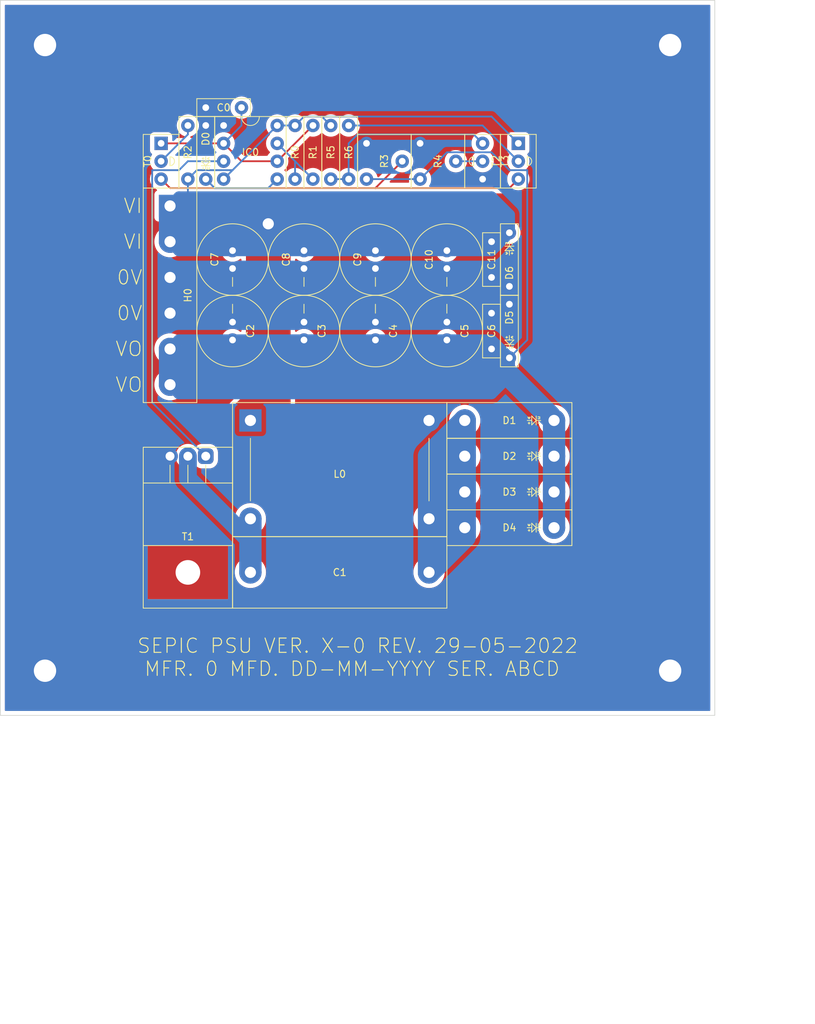
<source format=kicad_pcb>
(kicad_pcb (version 20211014) (generator pcbnew)
  (layers (0 "F.Cu" signal) (31 "B.Cu" signal) (34 "B.Paste" user) (35 "F.Paste" user) (36 "B.SilkS" user "B.Silkscreen") (37 "F.SilkS" user "F.Silkscreen") (38 "B.Mask" user) (39 "F.Mask" user) (44 "Edge.Cuts" user))
  (net 0 "")
  (net 1 "CAP")
  (net 2 "0V")
  (net 3 "Net-(C1-Pad1)")
  (net 4 "Net-(C1-Pad2)")
  (net 5 "VO")
  (net 6 "Net-(D0-Pad1)")
  (net 7 "VI")
  (net 8 "Net-(IC0-Pad3)")
  (net 9 "Net-(IC0-Pad7)")
  (net 10 "Net-(R2-Pad2)")
  (net 11 "FB")
  (net 12 "Net-(R4-Pad2)")
  (net 13 "Net-(R5-Pad1)")
  (net 14 "Net-(R6-Pad1)")
  (footprint "MW:D_L.6in_W.2in_P.5in" (layer "F.Cu") (at 205.74 95.25 180)
    (fp_text reference "D3" (at 6.35 0) (layer "F.SilkS"))
    (fp_text value "1N5408")
    (fp_line (start 3.175 0) (end 3.81 0) (layer "F.SilkS") (width 0.12))
    (fp_line (start -2.54 -2.54) (end 15.24 -2.54) (layer "F.SilkS") (width 0.12))
    (fp_line (start 2.54 0.635) (end 2.54 -0.635) (layer "F.SilkS") (width 0.12))
    (fp_line (start 3.175 0.635) (end 3.175 -0.635) (layer "F.SilkS") (width 0.12))
    (fp_line (start 3.556 -0.508) (end 3.556 -0.254) (layer "F.SilkS") (width 0.12))
    (fp_line (start 2.032 -0.381) (end 2.286 -0.381) (layer "F.SilkS") (width 0.12))
    (fp_line (start 3.429 0.381) (end 3.556 0.254) (layer "F.SilkS") (width 0.12))
    (fp_line (start 15.24 2.54) (end -2.54 2.54) (layer "F.SilkS") (width 0.12))
    (fp_line (start 2.032 0.254) (end 2.032 0.508) (layer "F.SilkS") (width 0.12))
    (fp_line (start 3.429 0.381) (end 3.429 0.508) (layer "F.SilkS") (width 0.12))
    (fp_line (start 3.429 0.381) (end 3.683 0.381) (layer "F.SilkS") (width 0.12))
    (fp_line (start 2.032 0.254) (end 2.286 0.254) (layer "F.SilkS") (width 0.12))
    (fp_line (start 2.54 0) (end 1.905 0) (layer "F.SilkS") (width 0.12))
    (fp_line (start 3.556 0.254) (end 3.683 0.381) (layer "F.SilkS") (width 0.12))
    (fp_line (start 2.032 0.508) (end 2.286 0.508) (layer "F.SilkS") (width 0.12))
    (fp_line (start 3.175 -0.635) (end 2.54 0) (layer "F.SilkS") (width 0.12))
    (fp_line (start 15.24 -2.54) (end 15.24 2.54) (layer "F.SilkS") (width 0.12))
    (fp_line (start -2.54 2.54) (end -2.54 -2.54) (layer "F.SilkS") (width 0.12))
    (fp_line (start 3.429 -0.381) (end 3.683 -0.381) (layer "F.SilkS") (width 0.12))
    (fp_line (start 3.683 0.381) (end 3.683 0.508) (layer "F.SilkS") (width 0.12))
    (fp_line (start 2.54 0) (end 3.175 0.635) (layer "F.SilkS") (width 0.12))
    (pad "1" thru_hole circle (at 0 0 180) (size 3.175 3.175) (drill 1.5875) (layers *.Cu *.Mask) (net 5 "VO"))
    (pad "2" thru_hole circle (at 12.7 0 180) (size 3.175 3.175) (drill 1.5875) (layers *.Cu *.Mask) (net 3 "Net-(C1-Pad1)"))
  )
  (footprint "MW:R_L.4in_W.1in_P.3in" (layer "F.Cu") (at 173.99 50.8 90)
    (fp_text reference "R5" (at 3.81 0 90) (layer "F.SilkS"))
    (fp_text value "10MO")
    (fp_line (start 8.89 1.27) (end -1.27 1.27) (layer "F.SilkS") (width 0.12))
    (fp_line (start 8.89 -1.27) (end 8.89 1.27) (layer "F.SilkS") (width 0.12))
    (fp_line (start -1.27 -1.27) (end 8.89 -1.27) (layer "F.SilkS") (width 0.12))
    (fp_line (start -1.27 1.27) (end -1.27 -1.27) (layer "F.SilkS") (width 0.12))
    (pad "1" thru_hole circle (at 0 0 90) (size 1.905 1.905) (drill 0.9525) (layers *.Cu *.Mask) (net 13 "Net-(R5-Pad1)"))
    (pad "2" thru_hole circle (at 7.62 0 90) (size 1.905 1.905) (drill 0.9525) (layers *.Cu *.Mask) (net 7 "VI"))
  )
  (footprint "MW:P_0" (layer "F.Cu") (at 186.69 45.72 -90)
    (fp_text reference "R4" (at 2.54 -2.54 -90) (layer "F.SilkS"))
    (fp_text value "1MO")
    (fp_line (start 6.35 1.27) (end -1.27 1.27) (layer "F.SilkS") (width 0.12))
    (fp_line (start 6.35 -6.35) (end 6.35 1.27) (layer "F.SilkS") (width 0.12))
    (fp_line (start -1.27 -6.35) (end 6.35 -6.35) (layer "F.SilkS") (width 0.12))
    (fp_line (start -1.27 1.27) (end -1.27 -6.35) (layer "F.SilkS") (width 0.12))
    (pad "1" thru_hole circle (at 0 0 270) (size 1.905 1.905) (drill 0.9525) (layers *.Cu *.Mask) (net 2 "0V"))
    (pad "2" thru_hole circle (at 2.54 -5.08 270) (size 1.905 1.905) (drill 0.9525) (layers *.Cu *.Mask) (net 12 "Net-(R4-Pad2)"))
    (pad "3" thru_hole circle (at 5.08 0 270) (size 1.905 1.905) (drill 0.9525) (layers *.Cu *.Mask) (net 5 "VO"))
  )
  (footprint "MW:D_L.4in_W.1in_P.3in" (layer "F.Cu") (at 199.39 76.2 90)
    (fp_text reference "D5" (at 5.715 0 90) (layer "F.SilkS"))
    (fp_text value "1N4007")
    (fp_line (start 2.794 0.381) (end 2.921 0.254) (layer "F.SilkS") (width 0.12))
    (fp_line (start 2.794 -0.381) (end 3.048 -0.381) (layer "F.SilkS") (width 0.12))
    (fp_line (start 3.048 0.381) (end 3.048 0.508) (layer "F.SilkS") (width 0.12))
    (fp_line (start 8.89 1.27) (end -1.27 1.27) (layer "F.SilkS") (width 0.12))
    (fp_line (start -1.27 -1.27) (end 8.89 -1.27) (layer "F.SilkS") (width 0.12))
    (fp_line (start 1.397 0.254) (end 1.651 0.254) (layer "F.SilkS") (width 0.12))
    (fp_line (start 1.397 -0.381) (end 1.651 -0.381) (layer "F.SilkS") (width 0.12))
    (fp_line (start 2.921 -0.508) (end 2.921 -0.254) (layer "F.SilkS") (width 0.12))
    (fp_line (start 2.794 0.381) (end 3.048 0.381) (layer "F.SilkS") (width 0.12))
    (fp_line (start 2.54 0) (end 3.175 0) (layer "F.SilkS") (width 0.12))
    (fp_line (start 2.54 0.635) (end 2.54 -0.635) (layer "F.SilkS") (width 0.12))
    (fp_line (start -1.27 1.27) (end -1.27 -1.27) (layer "F.SilkS") (width 0.12))
    (fp_line (start 8.89 -1.27) (end 8.89 1.27) (layer "F.SilkS") (width 0.12))
    (fp_line (start 1.905 0) (end 1.27 0) (layer "F.SilkS") (width 0.12))
    (fp_line (start 2.794 0.381) (end 2.794 0.508) (layer "F.SilkS") (width 0.12))
    (fp_line (start 1.905 0) (end 2.54 0.635) (layer "F.SilkS") (width 0.12))
    (fp_line (start 1.397 0.254) (end 1.397 0.508) (layer "F.SilkS") (width 0.12))
    (fp_line (start 2.921 0.254) (end 3.048 0.381) (layer "F.SilkS") (width 0.12))
    (fp_line (start 1.905 0.635) (end 1.905 -0.635) (layer "F.SilkS") (width 0.12))
    (fp_line (start 2.54 -0.635) (end 1.905 0) (layer "F.SilkS") (width 0.12))
    (fp_line (start 1.397 0.508) (end 1.651 0.508) (layer "F.SilkS") (width 0.12))
    (pad "1" thru_hole circle (at 0 0 90) (size 1.905 1.905) (drill 0.9525) (layers *.Cu *.Mask) (net 5 "VO"))
    (pad "2" thru_hole circle (at 7.62 0 90) (size 1.905 1.905) (drill 0.9525) (layers *.Cu *.Mask) (net 2 "0V"))
  )
  (footprint "MW:C_Radial_D.4in_P.1in" (layer "F.Cu") (at 170.18 73.66 90)
    (fp_text reference "C3" (at 1.27 2.54 90) (layer "F.SilkS"))
    (fp_text value "470uF")
    (fp_line (start 3.81 0) (end 5.08 0) (layer "F.SilkS") (width 0.12))
    (fp_circle (center 1.27 0) (end 1.27 5.08) (layer "F.SilkS") (width 0.12) (fill none))
    (pad "1" thru_hole circle (at 0 0 90) (size 1.905 1.905) (drill 0.9525) (layers *.Cu *.Mask) (net 5 "VO"))
    (pad "2" thru_hole circle (at 2.54 0 90) (size 1.905 1.905) (drill 0.9525) (layers *.Cu *.Mask) (net 2 "0V"))
  )
  (footprint "MW:C_L1.2in_W.4in_P1in" (layer "F.Cu") (at 187.96 106.68 180)
    (fp_text reference "C1" (at 12.7 0) (layer "F.SilkS"))
    (fp_text value "3.3uF")
    (fp_line (start -2.54 5.08) (end -2.54 -5.08) (layer "F.SilkS") (width 0.12))
    (fp_line (start 27.94 -5.08) (end 27.94 5.08) (layer "F.SilkS") (width 0.12))
    (fp_line (start 27.94 5.08) (end -2.54 5.08) (layer "F.SilkS") (width 0.12))
    (fp_line (start -2.54 -5.08) (end 27.94 -5.08) (layer "F.SilkS") (width 0.12))
    (pad "1" thru_hole circle (at 0 0 180) (size 3.175 3.175) (drill 1.5875) (layers *.Cu *.Mask) (net 3 "Net-(C1-Pad1)"))
    (pad "2" thru_hole circle (at 25.4 0 180) (size 3.175 3.175) (drill 1.5875) (layers *.Cu *.Mask) (net 4 "Net-(C1-Pad2)"))
  )
  (footprint "MW:H_P.2in_6pin" (layer "F.Cu") (at 151.13 54.61 -90)
    (fp_text reference "H0" (at 12.7 -2.54 90) (layer "F.SilkS"))
    (fp_text value "5mm SCREW TERMINAL")
    (fp_line (start 27.94 -3.81) (end 27.94 3.81) (layer "F.SilkS") (width 0.12))
    (fp_line (start -2.54 3.81) (end -2.54 -3.81) (layer "F.SilkS") (width 0.12))
    (fp_line (start -2.54 3.81) (end 27.94 3.81) (layer "F.SilkS") (width 0.12))
    (fp_line (start -2.54 -3.81) (end 27.94 -3.81) (layer "F.SilkS") (width 0.12))
    (fp_line (start -2.54 2.54) (end 27.94 2.54) (layer "F.SilkS") (width 0.12))
    (pad "1" thru_hole rect (at 0 0 270) (size 3.175 3.175) (drill 1.5875) (layers *.Cu *.Mask) (net 7 "VI"))
    (pad "2" thru_hole circle (at 5.08 0 270) (size 3.175 3.175) (drill 1.5875) (layers *.Cu *.Mask) (net 7 "VI"))
    (pad "3" thru_hole circle (at 20.32 0 270) (size 3.175 3.175) (drill 1.5875) (layers *.Cu *.Mask) (net 5 "VO"))
    (pad "4" thru_hole circle (at 25.4 0 270) (size 3.175 3.175) (drill 1.5875) (layers *.Cu *.Mask) (net 5 "VO"))
    (pad "5" thru_hole circle (at 10.16 0 270) (size 3.175 3.175) (drill 1.5875) (layers *.Cu *.Mask) (net 2 "0V"))
    (pad "6" thru_hole circle (at 15.24 0 270) (size 3.175 3.175) (drill 1.5875) (layers *.Cu *.Mask) (net 2 "0V"))
  )
  (footprint "MW:TO-92L_Inline_Wide" (layer "F.Cu") (at 195.58 50.8 90)
    (fp_text reference "T2" (at 2.54 1.905 90) (layer "F.SilkS"))
    (fp_text value "2N7000")
    (fp_line (start 6.35 2.54) (end -1.27 2.54) (layer "F.SilkS") (width 0.12))
    (fp_line (start 1.905 -1.27) (end 3.175 -1.27) (layer "F.SilkS") (width 0.12))
    (fp_line (start -1.27 2.54) (end -1.27 -2.54) (layer "F.SilkS") (width 0.12))
    (fp_line (start 6.35 -2.54) (end 6.35 2.54) (layer "F.SilkS") (width 0.12))
    (fp_line (start -1.27 -2.54) (end 6.35 -2.54) (layer "F.SilkS") (width 0.12))
    (fp_arc (start 1.905 -1.27) (mid 2.54 -1.905) (end 3.175 -1.27) (layer "F.SilkS") (width 0.12))
    (pad "1" thru_hole rect (at 0 0 90) (size 1.905 1.905) (drill 0.9525) (layers *.Cu *.Mask) (net 2 "0V"))
    (pad "2" thru_hole circle (at 2.54 0 90) (size 1.905 1.905) (drill 0.9525) (layers *.Cu *.Mask) (net 12 "Net-(R4-Pad2)"))
    (pad "3" thru_hole circle (at 5.08 0 90) (size 1.905 1.905) (drill 0.9525) (layers *.Cu *.Mask) (net 13 "Net-(R5-Pad1)"))
  )
  (footprint "MW:C_Radial_D.4in_P.1in" (layer "F.Cu") (at 180.34 60.96 -90)
    (fp_text reference "C9" (at 1.27 2.54 -90) (layer "F.SilkS"))
    (fp_text value "470uF")
    (fp_line (start 3.81 0) (end 5.08 0) (layer "F.SilkS") (width 0.12))
    (fp_circle (center 1.27 0) (end 1.27 5.08) (layer "F.SilkS") (width 0.12) (fill none))
    (pad "1" thru_hole circle (at 0 0 270) (size 1.905 1.905) (drill 0.9525) (layers *.Cu *.Mask) (net 7 "VI"))
    (pad "2" thru_hole circle (at 2.54 0 270) (size 1.905 1.905) (drill 0.9525) (layers *.Cu *.Mask) (net 2 "0V"))
  )
  (footprint "MW:C_Radial_D.4in_P.1in" (layer "F.Cu") (at 190.5 60.96 -90)
    (fp_text reference "C10" (at 1.27 2.54 -90) (layer "F.SilkS"))
    (fp_text value "470uF")
    (fp_line (start 3.81 0) (end 5.08 0) (layer "F.SilkS") (width 0.12))
    (fp_circle (center 1.27 0) (end 1.27 5.08) (layer "F.SilkS") (width 0.12) (fill none))
    (pad "1" thru_hole circle (at 0 0 270) (size 1.905 1.905) (drill 0.9525) (layers *.Cu *.Mask) (net 7 "VI"))
    (pad "2" thru_hole circle (at 2.54 0 270) (size 1.905 1.905) (drill 0.9525) (layers *.Cu *.Mask) (net 2 "0V"))
  )
  (footprint "MW:C_Radial_D.4in_P.1in" (layer "F.Cu") (at 190.5 73.66 90)
    (fp_text reference "C5" (at 1.27 2.54 90) (layer "F.SilkS"))
    (fp_text value "470uF")
    (fp_line (start 3.81 0) (end 5.08 0) (layer "F.SilkS") (width 0.12))
    (fp_circle (center 1.27 0) (end 1.27 5.08) (layer "F.SilkS") (width 0.12) (fill none))
    (pad "1" thru_hole circle (at 0 0 90) (size 1.905 1.905) (drill 0.9525) (layers *.Cu *.Mask) (net 5 "VO"))
    (pad "2" thru_hole circle (at 2.54 0 90) (size 1.905 1.905) (drill 0.9525) (layers *.Cu *.Mask) (net 2 "0V"))
  )
  (footprint "MW:D_L.4in_W.1in_P.3in" (layer "F.Cu") (at 199.39 58.42 -90)
    (fp_text reference "D6" (at 5.715 0 90) (layer "F.SilkS"))
    (fp_text value "1N4007")
    (fp_line (start 2.921 0.254) (end 3.048 0.381) (layer "F.SilkS") (width 0.12))
    (fp_line (start 3.048 0.381) (end 3.048 0.508) (layer "F.SilkS") (width 0.12))
    (fp_line (start 1.397 0.508) (end 1.651 0.508) (layer "F.SilkS") (width 0.12))
    (fp_line (start 2.794 0.381) (end 2.921 0.254) (layer "F.SilkS") (width 0.12))
    (fp_line (start 2.794 0.381) (end 2.794 0.508) (layer "F.SilkS") (width 0.12))
    (fp_line (start 1.905 0.635) (end 1.905 -0.635) (layer "F.SilkS") (width 0.12))
    (fp_line (start -1.27 -1.27) (end 8.89 -1.27) (layer "F.SilkS") (width 0.12))
    (fp_line (start -1.27 1.27) (end -1.27 -1.27) (layer "F.SilkS") (width 0.12))
    (fp_line (start 2.54 -0.635) (end 1.905 0) (layer "F.SilkS") (width 0.12))
    (fp_line (start 2.921 -0.508) (end 2.921 -0.254) (layer "F.SilkS") (width 0.12))
    (fp_line (start 8.89 -1.27) (end 8.89 1.27) (layer "F.SilkS") (width 0.12))
    (fp_line (start 2.54 0) (end 3.175 0) (layer "F.SilkS") (width 0.12))
    (fp_line (start 1.397 0.254) (end 1.651 0.254) (layer "F.SilkS") (width 0.12))
    (fp_line (start 1.905 0) (end 1.27 0) (layer "F.SilkS") (width 0.12))
    (fp_line (start 2.794 0.381) (end 3.048 0.381) (layer "F.SilkS") (width 0.12))
    (fp_line (start 1.397 0.254) (end 1.397 0.508) (layer "F.SilkS") (width 0.12))
    (fp_line (start 2.54 0.635) (end 2.54 -0.635) (layer "F.SilkS") (width 0.12))
    (fp_line (start 8.89 1.27) (end -1.27 1.27) (layer "F.SilkS") (width 0.12))
    (fp_line (start 2.794 -0.381) (end 3.048 -0.381) (layer "F.SilkS") (width 0.12))
    (fp_line (start 1.905 0) (end 2.54 0.635) (layer "F.SilkS") (width 0.12))
    (fp_line (start 1.397 -0.381) (end 1.651 -0.381) (layer "F.SilkS") (width 0.12))
    (pad "1" thru_hole circle (at 0 0 270) (size 1.905 1.905) (drill 0.9525) (layers *.Cu *.Mask) (net 7 "VI"))
    (pad "2" thru_hole circle (at 7.62 0 270) (size 1.905 1.905) (drill 0.9525) (layers *.Cu *.Mask) (net 2 "0V"))
  )
  (footprint "MW:R_L.4in_W.1in_P.3in" (layer "F.Cu") (at 176.53 43.18 -90)
    (fp_text reference "R6" (at 3.81 0 90) (layer "F.SilkS"))
    (fp_text value "1MO")
    (fp_line (start 8.89 -1.27) (end 8.89 1.27) (layer "F.SilkS") (width 0.12))
    (fp_line (start -1.27 1.27) (end -1.27 -1.27) (layer "F.SilkS") (width 0.12))
    (fp_line (start 8.89 1.27) (end -1.27 1.27) (layer "F.SilkS") (width 0.12))
    (fp_line (start -1.27 -1.27) (end 8.89 -1.27) (layer "F.SilkS") (width 0.12))
    (pad "1" thru_hole circle (at 0 0 270) (size 1.905 1.905) (drill 0.9525) (layers *.Cu *.Mask) (net 14 "Net-(R6-Pad1)"))
    (pad "2" thru_hole circle (at 7.62 0 270) (size 1.905 1.905) (drill 0.9525) (layers *.Cu *.Mask) (net 13 "Net-(R5-Pad1)"))
  )
  (footprint "MW:R_L.4in_W.1in_P.3in" (layer "F.Cu") (at 153.67 50.8 90)
    (fp_text reference "R2" (at 3.81 0 90) (layer "F.SilkS"))
    (fp_text value "1MO")
    (fp_line (start -1.27 1.27) (end -1.27 -1.27) (layer "F.SilkS") (width 0.12))
    (fp_line (start 8.89 1.27) (end -1.27 1.27) (layer "F.SilkS") (width 0.12))
    (fp_line (start 8.89 -1.27) (end 8.89 1.27) (layer "F.SilkS") (width 0.12))
    (fp_line (start -1.27 -1.27) (end 8.89 -1.27) (layer "F.SilkS") (width 0.12))
    (pad "1" thru_hole circle (at 0 0 90) (size 1.905 1.905) (drill 0.9525) (layers *.Cu *.Mask) (net 7 "VI"))
    (pad "2" thru_hole circle (at 7.62 0 90) (size 1.905 1.905) (drill 0.9525) (layers *.Cu *.Mask) (net 10 "Net-(R2-Pad2)"))
  )
  (footprint "MW:TO-220-3_Horizontal_TabDown" (layer "F.Cu") (at 156.21 90.17 180)
    (fp_text reference "T1" (at 2.54 -11.43) (layer "F.SilkS"))
    (fp_text value "IRF3205")
    (fp_line (start 0 -3.81) (end 0 -1.27) (layer "F.SilkS") (width 0.12))
    (fp_line (start 2.54 -3.81) (end 2.54 -1.27) (layer "F.SilkS") (width 0.12))
    (fp_line (start 8.89 -3.81) (end -3.81 -3.81) (layer "F.SilkS") (width 0.12))
    (fp_line (start 8.89 -12.7) (end -3.81 -12.7) (layer "F.SilkS") (width 0.12))
    (fp_line (start -3.81 -3.81) (end -3.81 -21.59) (layer "F.SilkS") (width 0.12))
    (fp_line (start 8.89 -3.81) (end 8.89 1.27) (layer "F.SilkS") (width 0.12))
    (fp_line (start -3.81 -3.81) (end -3.81 1.27) (layer "F.SilkS") (width 0.12))
    (fp_line (start -3.81 1.27) (end 8.89 1.27) (layer "F.SilkS") (width 0.12))
    (fp_line (start 5.08 -3.81) (end 5.08 -1.27) (layer "F.SilkS") (width 0.12))
    (fp_line (start 8.89 -21.59) (end 8.89 -3.81) (layer "F.SilkS") (width 0.12))
    (fp_line (start -3.81 -21.59) (end 8.89 -21.59) (layer "F.SilkS") (width 0.12))
    (pad "" np_thru_hole oval (at 2.54 -16.51 180) (size 3.5 3.5) (drill 3.5) (layers F&B.Cu *.Mask))
    (pad "1" thru_hole roundrect (at 0 0 180) (size 2.2225 2.2225) (drill 1.27) (layers *.Cu *.Mask) (roundrect_rratio 0.2857142857) (net 8 "Net-(IC0-Pad3)"))
    (pad "2" thru_hole circle (at 2.54 0 180) (size 2.2225 2.2225) (drill 1.27) (layers *.Cu *.Mask) (net 4 "Net-(C1-Pad2)"))
    (pad "3" thru_hole circle (at 5.08 0 180) (size 2.2225 2.2225) (drill 1.27) (layers *.Cu *.Mask) (net 2 "0V"))
    (pad "4" smd rect (at 2.54 -16.51 180) (size 11.43 7.62) (layers "F.Cu" "F.Paste" "F.Mask"))
  )
  (footprint "MW:DIP-8_W7.62mm_Short" (layer "F.Cu") (at 158.75 43.18)
    (fp_text reference "IC0" (at 3.81 3.81) (layer "F.SilkS"))
    (fp_text value "NE555P")
    (fp_line (start 8.89 8.89) (end 8.89 -1.27) (layer "F.SilkS") (width 0.12))
    (fp_line (start 8.89 -1.27) (end -1.27 -1.27) (layer "F.SilkS") (width 0.12))
    (fp_line (start -1.27 -1.27) (end -1.27 8.89) (layer "F.SilkS") (width 0.12))
    (fp_line (start -1.27 8.89) (end 8.89 8.89) (layer "F.SilkS") (width 0.12))
    (fp_arc (start 5.08 -1.27) (mid 3.81 0) (end 2.54 -1.27) (layer "F.SilkS") (width 0.12))
    (pad "1" thru_hole roundrect (at 0 0) (size 1.905 1.905) (drill 0.9525) (layers *.Cu *.Mask) (roundrect_rratio 0.2) (net 2 "0V"))
    (pad "2" thru_hole circle (at 0 2.54) (size 1.905 1.905) (drill 0.9525) (layers *.Cu *.Mask) (net 1 "CAP"))
    (pad "3" thru_hole circle (at 0 5.08) (size 1.905 1.905) (drill 0.9525) (layers *.Cu *.Mask) (net 8 "Net-(IC0-Pad3)"))
    (pad "4" thru_hole circle (at 0 7.62) (size 1.905 1.905) (drill 0.9525) (layers *.Cu *.Mask) (net 7 "VI"))
    (pad "5" thru_hole circle (at 7.62 7.62) (size 1.905 1.905) (drill 0.9525) (layers *.Cu *.Mask) (net 6 "Net-(D0-Pad1)"))
    (pad "6" thru_hole circle (at 7.62 5.08) (size 1.905 1.905) (drill 0.9525) (layers *.Cu *.Mask) (net 1 "CAP"))
    (pad "7" thru_hole circle (at 7.62 2.54) (size 1.905 1.905) (drill 0.9525) (layers *.Cu *.Mask) (net 9 "Net-(IC0-Pad7)"))
    (pad "8" thru_hole circle (at 7.62 0) (size 1.905 1.905) (drill 0.9525) (layers *.Cu *.Mask) (net 7 "VI"))
  )
  (footprint "MW:D_L.6in_W.2in_P.5in" (layer "F.Cu") (at 205.74 85.09 180)
    (fp_text reference "D1" (at 6.35 0) (layer "F.SilkS"))
    (fp_text value "1N5408")
    (fp_line (start 2.032 0.254) (end 2.032 0.508) (layer "F.SilkS") (width 0.12))
    (fp_line (start 2.54 0) (end 3.175 0.635) (layer "F.SilkS") (width 0.12))
    (fp_line (start 3.175 0.635) (end 3.175 -0.635) (layer "F.SilkS") (width 0.12))
    (fp_line (start 3.429 0.381) (end 3.429 0.508) (layer "F.SilkS") (width 0.12))
    (fp_line (start 2.032 0.508) (end 2.286 0.508) (layer "F.SilkS") (width 0.12))
    (fp_line (start 3.175 0) (end 3.81 0) (layer "F.SilkS") (width 0.12))
    (fp_line (start -2.54 2.54) (end -2.54 -2.54) (layer "F.SilkS") (width 0.12))
    (fp_line (start 3.175 -0.635) (end 2.54 0) (layer "F.SilkS") (width 0.12))
    (fp_line (start 3.429 -0.381) (end 3.683 -0.381) (layer "F.SilkS") (width 0.12))
    (fp_line (start -2.54 -2.54) (end 15.24 -2.54) (layer "F.SilkS") (width 0.12))
    (fp_line (start 2.032 0.254) (end 2.286 0.254) (layer "F.SilkS") (width 0.12))
    (fp_line (start 2.54 0.635) (end 2.54 -0.635) (layer "F.SilkS") (width 0.12))
    (fp_line (start 2.032 -0.381) (end 2.286 -0.381) (layer "F.SilkS") (width 0.12))
    (fp_line (start 3.556 -0.508) (end 3.556 -0.254) (layer "F.SilkS") (width 0.12))
    (fp_line (start 2.54 0) (end 1.905 0) (layer "F.SilkS") (width 0.12))
    (fp_line (start 3.429 0.381) (end 3.556 0.254) (layer "F.SilkS") (width 0.12))
    (fp_line (start 3.556 0.254) (end 3.683 0.381) (layer "F.SilkS") (width 0.12))
    (fp_line (start 15.24 2.54) (end -2.54 2.54) (layer "F.SilkS") (width 0.12))
    (fp_line (start 3.683 0.381) (end 3.683 0.508) (layer "F.SilkS") (width 0.12))
    (fp_line (start 15.24 -2.54) (end 15.24 2.54) (layer "F.SilkS") (width 0.12))
    (fp_line (start 3.429 0.381) (end 3.683 0.381) (layer "F.SilkS") (width 0.12))
    (pad "1" thru_hole circle (at 0 0 180) (size 3.175 3.175) (drill 1.5875) (layers *.Cu *.Mask) (net 5 "VO"))
    (pad "2" thru_hole circle (at 12.7 0 180) (size 3.175 3.175) (drill 1.5875) (layers *.Cu *.Mask) (net 3 "Net-(C1-Pad1)"))
  )
  (footprint "MW:D_L.6in_W.2in_P.5in" (layer "F.Cu") (at 205.74 100.33 180)
    (fp_text reference "D4" (at 6.35 0) (layer "F.SilkS"))
    (fp_text value "1N5408")
    (fp_line (start 3.429 -0.381) (end 3.683 -0.381) (layer "F.SilkS") (width 0.12))
    (fp_line (start 2.54 0.635) (end 2.54 -0.635) (layer "F.SilkS") (width 0.12))
    (fp_line (start 3.683 0.381) (end 3.683 0.508) (layer "F.SilkS") (width 0.12))
    (fp_line (start 2.032 -0.381) (end 2.286 -0.381) (layer "F.SilkS") (width 0.12))
    (fp_line (start 3.429 0.381) (end 3.556 0.254) (layer "F.SilkS") (width 0.12))
    (fp_line (start 2.54 0) (end 1.905 0) (layer "F.SilkS") (width 0.12))
    (fp_line (start 3.556 0.254) (end 3.683 0.381) (layer "F.SilkS") (width 0.12))
    (fp_line (start 3.175 0) (end 3.81 0) (layer "F.SilkS") (width 0.12))
    (fp_line (start 2.54 0) (end 3.175 0.635) (layer "F.SilkS") (width 0.12))
    (fp_line (start 15.24 2.54) (end -2.54 2.54) (layer "F.SilkS") (width 0.12))
    (fp_line (start -2.54 2.54) (end -2.54 -2.54) (layer "F.SilkS") (width 0.12))
    (fp_line (start 3.556 -0.508) (end 3.556 -0.254) (layer "F.SilkS") (width 0.12))
    (fp_line (start 3.429 0.381) (end 3.683 0.381) (layer "F.SilkS") (width 0.12))
    (fp_line (start -2.54 -2.54) (end 15.24 -2.54) (layer "F.SilkS") (width 0.12))
    (fp_line (start 2.032 0.254) (end 2.032 0.508) (layer "F.SilkS") (width 0.12))
    (fp_line (start 3.429 0.381) (end 3.429 0.508) (layer "F.SilkS") (width 0.12))
    (fp_line (start 2.032 0.254) (end 2.286 0.254) (layer "F.SilkS") (width 0.12))
    (fp_line (start 15.24 -2.54) (end 15.24 2.54) (layer "F.SilkS") (width 0.12))
    (fp_line (start 3.175 -0.635) (end 2.54 0) (layer "F.SilkS") (width 0.12))
    (fp_line (start 3.175 0.635) (end 3.175 -0.635) (layer "F.SilkS") (width 0.12))
    (fp_line (start 2.032 0.508) (end 2.286 0.508) (layer "F.SilkS") (width 0.12))
    (pad "1" thru_hole circle (at 0 0 180) (size 3.175 3.175) (drill 1.5875) (layers *.Cu *.Mask) (net 5 "VO"))
    (pad "2" thru_hole circle (at 12.7 0 180) (size 3.175 3.175) (drill 1.5875) (layers *.Cu *.Mask) (net 3 "Net-(C1-Pad1)"))
  )
  (footprint "MW:P_0" (layer "F.Cu") (at 179.07 45.72 -90)
    (fp_text reference "R3" (at 2.54 -2.54 90) (layer "F.SilkS"))
    (fp_text value "100KO")
    (fp_line (start 6.35 1.27) (end -1.27 1.27) (layer "F.SilkS") (width 0.12))
    (fp_line (start -1.27 -6.35) (end 6.35 -6.35) (layer "F.SilkS") (width 0.12))
    (fp_line (start 6.35 -6.35) (end 6.35 1.27) (layer "F.SilkS") (width 0.12))
    (fp_line (start -1.27 1.27) (end -1.27 -6.35) (layer "F.SilkS") (width 0.12))
    (pad "1" thru_hole circle (at 0 0 270) (size 1.905 1.905) (drill 0.9525) (layers *.Cu *.Mask) (net 2 "0V"))
    (pad "2" thru_hole circle (at 2.54 -5.08 270) (size 1.905 1.905) (drill 0.9525) (layers *.Cu *.Mask) (net 11 "FB"))
    (pad "3" thru_hole circle (at 5.08 0 270) (size 1.905 1.905) (drill 0.9525) (layers *.Cu *.Mask) (net 5 "VO"))
  )
  (footprint "MW:C_Radial_D.4in_P.1in" (layer "F.Cu") (at 160.02 60.96 -90)
    (fp_text reference "C7" (at 1.27 2.54 -90) (layer "F.SilkS"))
    (fp_text value "470uF")
    (fp_line (start 3.81 0) (end 5.08 0) (layer "F.SilkS") (width 0.12))
    (fp_circle (center 1.27 0) (end 1.27 5.08) (layer "F.SilkS") (width 0.12) (fill none))
    (pad "1" thru_hole circle (at 0 0 270) (size 1.905 1.905) (drill 0.9525) (layers *.Cu *.Mask) (net 7 "VI"))
    (pad "2" thru_hole circle (at 2.54 0 270) (size 1.905 1.905) (drill 0.9525) (layers *.Cu *.Mask) (net 2 "0V"))
  )
  (footprint "MW:D_L.6in_W.2in_P.5in" (layer "F.Cu") (at 205.74 90.17 180)
    (fp_text reference "D2" (at 6.35 0) (layer "F.SilkS"))
    (fp_text value "1N5408")
    (fp_line (start 3.556 0.254) (end 3.683 0.381) (layer "F.SilkS") (width 0.12))
    (fp_line (start -2.54 2.54) (end -2.54 -2.54) (layer "F.SilkS") (width 0.12))
    (fp_line (start 15.24 2.54) (end -2.54 2.54) (layer "F.SilkS") (width 0.12))
    (fp_line (start 3.429 -0.381) (end 3.683 -0.381) (layer "F.SilkS") (width 0.12))
    (fp_line (start 3.175 -0.635) (end 2.54 0) (layer "F.SilkS") (width 0.12))
    (fp_line (start 3.175 0.635) (end 3.175 -0.635) (layer "F.SilkS") (width 0.12))
    (fp_line (start -2.54 -2.54) (end 15.24 -2.54) (layer "F.SilkS") (width 0.12))
    (fp_line (start 2.54 0) (end 1.905 0) (layer "F.SilkS") (width 0.12))
    (fp_line (start 15.24 -2.54) (end 15.24 2.54) (layer "F.SilkS") (width 0.12))
    (fp_line (start 3.683 0.381) (end 3.683 0.508) (layer "F.SilkS") (width 0.12))
    (fp_line (start 3.556 -0.508) (end 3.556 -0.254) (layer "F.SilkS") (width 0.12))
    (fp_line (start 2.54 0.635) (end 2.54 -0.635) (layer "F.SilkS") (width 0.12))
    (fp_line (start 2.032 0.254) (end 2.286 0.254) (layer "F.SilkS") (width 0.12))
    (fp_line (start 3.429 0.381) (end 3.683 0.381) (layer "F.SilkS") (width 0.12))
    (fp_line (start 2.032 0.254) (end 2.032 0.508) (layer "F.SilkS") (width 0.12))
    (fp_line (start 3.429 0.381) (end 3.556 0.254) (layer "F.SilkS") (width 0.12))
    (fp_line (start 2.032 -0.381) (end 2.286 -0.381) (layer "F.SilkS") (width 0.12))
    (fp_line (start 2.54 0) (end 3.175 0.635) (layer "F.SilkS") (width 0.12))
    (fp_line (start 2.032 0.508) (end 2.286 0.508) (layer "F.SilkS") (width 0.12))
    (fp_line (start 3.429 0.381) (end 3.429 0.508) (layer "F.SilkS") (width 0.12))
    (fp_line (start 3.175 0) (end 3.81 0) (layer "F.SilkS") (width 0.12))
    (pad "1" thru_hole circle (at 0 0 180) (size 3.175 3.175) (drill 1.5875) (layers *.Cu *.Mask) (net 5 "VO"))
    (pad "2" thru_hole circle (at 12.7 0 180) (size 3.175 3.175) (drill 1.5875) (layers *.Cu *.Mask) (net 3 "Net-(C1-Pad1)"))
  )
  (footprint "MW:C_Radial_D.4in_P.1in" (layer "F.Cu") (at 180.34 73.66 90)
    (fp_text reference "C4" (at 1.27 2.54 90) (layer "F.SilkS"))
    (fp_text value "470uF")
    (fp_line (start 3.81 0) (end 5.08 0) (layer "F.SilkS") (width 0.12))
    (fp_circle (center 1.27 0) (end 1.27 5.08) (layer "F.SilkS") (width 0.12) (fill none))
    (pad "1" thru_hole circle (at 0 0 90) (size 1.905 1.905) (drill 0.9525) (layers *.Cu *.Mask) (net 5 "VO"))
    (pad "2" thru_hole circle (at 2.54 0 90) (size 1.905 1.905) (drill 0.9525) (layers *.Cu *.Mask) (net 2 "0V"))
  )
  (footprint "MW:R_L.4in_W.1in_P.3in" (layer "F.Cu") (at 168.91 43.18 -90)
    (fp_text reference "R0" (at 3.81 0 90) (layer "F.SilkS"))
    (fp_text value "10KO")
    (fp_line (start -1.27 1.27) (end -1.27 -1.27) (layer "F.SilkS") (width 0.12))
    (fp_line (start 8.89 -1.27) (end 8.89 1.27) (layer "F.SilkS") (width 0.12))
    (fp_line (start -1.27 -1.27) (end 8.89 -1.27) (layer "F.SilkS") (width 0.12))
    (fp_line (start 8.89 1.27) (end -1.27 1.27) (layer "F.SilkS") (width 0.12))
    (pad "1" thru_hole circle (at 0 0 270) (size 1.905 1.905) (drill 0.9525) (layers *.Cu *.Mask) (net 7 "VI"))
    (pad "2" thru_hole circle (at 7.62 0 270) (size 1.905 1.905) (drill 0.9525) (layers *.Cu *.Mask) (net 9 "Net-(IC0-Pad7)"))
  )
  (footprint "MW:L_4pin_L1.2in_W.75in_Px1.1in_Py.55in_0" (layer "F.Cu") (at 162.56 85.09)
    (fp_text reference "L0" (at 12.7 7.62) (layer "F.SilkS"))
    (fp_text value "1:1 15uH")
    (fp_line (start 0 2.54) (end 0 11.43) (layer "F.SilkS") (width 0.12))
    (fp_line (start 27.94 16.51) (end -2.54 16.51) (layer "F.SilkS") (width 0.12))
    (fp_line (start 27.94 -2.54) (end 27.94 16.51) (layer "F.SilkS") (width 0.12))
    (fp_line (start -2.54 -2.54) (end 27.94 -2.54) (layer "F.SilkS") (width 0.12))
    (fp_line (start -2.54 16.51) (end -2.54 -2.54) (layer "F.SilkS") (width 0.12))
    (fp_line (start 25.4 2.54) (end 25.4 11.43) (layer "F.SilkS") (width 0.12))
    (pad "1" thru_hole rect (at 0 0) (size 3.175 3.175) (drill 1.5875) (layers *.Cu *.Mask) (net 7 "VI"))
    (pad "2" thru_hole circle (at 0 13.97) (size 3.175 3.175) (drill 1.5875) (layers *.Cu *.Mask) (net 4 "Net-(C1-Pad2)"))
    (pad "3" thru_hole circle (at 25.4 13.97) (size 3.175 3.175) (drill 1.5875) (layers *.Cu *.Mask) (net 3 "Net-(C1-Pad1)"))
    (pad "4" thru_hole circle (at 25.4 0) (size 3.175 3.175) (drill 1.5875) (layers *.Cu *.Mask) (net 2 "0V"))
  )
  (footprint "MW:TO-92L_Inline_Wide" (layer "F.Cu") (at 149.86 45.72 -90)
    (fp_text reference "T0" (at 2.54 1.905 90) (layer "F.SilkS"))
    (fp_text value "2N3904")
    (fp_line (start -1.27 2.54) (end -1.27 -2.54) (layer "F.SilkS") (width 0.12))
    (fp_line (start 6.35 2.54) (end -1.27 2.54) (layer "F.SilkS") (width 0.12))
    (fp_line (start 1.905 -1.27) (end 3.175 -1.27) (layer "F.SilkS") (width 0.12))
    (fp_line (start -1.27 -2.54) (end 6.35 -2.54) (layer "F.SilkS") (width 0.12))
    (fp_line (start 6.35 -2.54) (end 6.35 2.54) (layer "F.SilkS") (width 0.12))
    (fp_arc (start 1.905 -1.27) (mid 2.54 -1.905) (end 3.175 -1.27) (layer "F.SilkS") (width 0.12))
    (pad "1" thru_hole rect (at 0 0 270) (size 1.905 1.905) (drill 0.9525) (layers *.Cu *.Mask) (net 1 "CAP"))
    (pad "2" thru_hole circle (at 2.54 0 270) (size 1.905 1.905) (drill 0.9525) (layers *.Cu *.Mask) (net 10 "Net-(R2-Pad2)"))
    (pad "3" thru_hole circle (at 5.08 0 270) (size 1.905 1.905) (drill 0.9525) (layers *.Cu *.Mask) (net 11 "FB"))
  )
  (footprint "MW:R_L.4in_W.1in_P.3in" (layer "F.Cu") (at 171.45 50.8 90)
    (fp_text reference "R1" (at 3.81 0 90) (layer "F.SilkS"))
    (fp_text value "10KO")
    (fp_line (start -1.27 1.27) (end -1.27 -1.27) (layer "F.SilkS") (width 0.12))
    (fp_line (start 8.89 -1.27) (end 8.89 1.27) (layer "F.SilkS") (width 0.12))
    (fp_line (start 8.89 1.27) (end -1.27 1.27) (layer "F.SilkS") (width 0.12))
    (fp_line (start -1.27 -1.27) (end 8.89 -1.27) (layer "F.SilkS") (width 0.12))
    (pad "1" thru_hole circle (at 0 0 90) (size 1.905 1.905) (drill 0.9525) (layers *.Cu *.Mask) (net 9 "Net-(IC0-Pad7)"))
    (pad "2" thru_hole circle (at 7.62 0 90) (size 1.905 1.905) (drill 0.9525) (layers *.Cu *.Mask) (net 1 "CAP"))
  )
  (footprint "MW:C_L.3in_W.1in_P.2in" (layer "F.Cu") (at 161.29 40.64 180)
    (fp_text reference "C0" (at 2.54 0) (layer "F.SilkS"))
    (fp_text value "470pF")
    (fp_line (start -1.27 1.27) (end -1.27 -1.27) (layer "F.SilkS") (width 0.12))
    (fp_line (start 6.35 1.27) (end -1.27 1.27) (layer "F.SilkS") (width 0.12))
    (fp_line (start -1.27 -1.27) (end 6.35 -1.27) (layer "F.SilkS") (width 0.12))
    (fp_line (start 6.35 -1.27) (end 6.35 1.27) (layer "F.SilkS") (width 0.12))
    (pad "1" thru_hole circle (at 0 0 180) (size 1.905 1.905) (drill 0.9525) (layers *.Cu *.Mask) (net 1 "CAP"))
    (pad "2" thru_hole circle (at 5.08 0 180) (size 1.905 1.905) (drill 0.9525) (layers *.Cu *.Mask) (net 2 "0V"))
  )
  (footprint "MW:TO-92L_Inline_Wide" (layer "F.Cu") (at 200.66 45.72 -90)
    (fp_text reference "T3" (at 2.54 1.905 90) (layer "F.SilkS"))
    (fp_text value "2N3906")
    (fp_line (start 6.35 -2.54) (end 6.35 2.54) (layer "F.SilkS") (width 0.12))
    (fp_line (start 1.905 -1.27) (end 3.175 -1.27) (layer "F.SilkS") (width 0.12))
    (fp_line (start 6.35 2.54) (end -1.27 2.54) (layer "F.SilkS") (width 0.12))
    (fp_line (start -1.27 2.54) (end -1.27 -2.54) (layer "F.SilkS") (width 0.12))
    (fp_line (start -1.27 -2.54) (end 6.35 -2.54) (layer "F.SilkS") (width 0.12))
    (fp_arc (start 1.905 -1.27) (mid 2.54 -1.905) (end 3.175 -1.27) (layer "F.SilkS") (width 0.12))
    (pad "1" thru_hole rect (at 0 0 270) (size 1.905 1.905) (drill 0.9525) (layers *.Cu *.Mask) (net 7 "VI"))
    (pad "2" thru_hole circle (at 2.54 0 270) (size 1.905 1.905) (drill 0.9525) (layers *.Cu *.Mask) (net 14 "Net-(R6-Pad1)"))
    (pad "3" thru_hole circle (at 5.08 0 270) (size 1.905 1.905) (drill 0.9525) (layers *.Cu *.Mask) (net 11 "FB"))
  )
  (footprint "MW:D_L.4in_W.1in_P.3in" (layer "F.Cu") (at 156.21 50.8 90)
    (fp_text reference "D0" (at 5.715 0 90) (layer "F.SilkS"))
    (fp_text value "3.3V ZENER")
    (fp_line (start 1.397 -0.381) (end 1.651 -0.381) (layer "F.SilkS") (width 0.12))
    (fp_line (start 2.54 0) (end 3.175 0) (layer "F.SilkS") (width 0.12))
    (fp_line (start 3.048 0.381) (end 3.048 0.508) (layer "F.SilkS") (width 0.12))
    (fp_line (start 1.905 0.635) (end 1.905 -0.635) (layer "F.SilkS") (width 0.12))
    (fp_line (start 2.794 0.381) (end 2.794 0.508) (layer "F.SilkS") (width 0.12))
    (fp_line (start 1.397 0.254) (end 1.397 0.508) (layer "F.SilkS") (width 0.12))
    (fp_line (start 8.89 1.27) (end -1.27 1.27) (layer "F.SilkS") (width 0.12))
    (fp_line (start -1.27 -1.27) (end 8.89 -1.27) (layer "F.SilkS") (width 0.12))
    (fp_line (start 8.89 -1.27) (end 8.89 1.27) (layer "F.SilkS") (width 0.12))
    (fp_line (start 2.54 0.635) (end 2.54 -0.635) (layer "F.SilkS") (width 0.12))
    (fp_line (start 1.905 0) (end 1.27 0) (layer "F.SilkS") (width 0.12))
    (fp_line (start 1.397 0.254) (end 1.651 0.254) (layer "F.SilkS") (width 0.12))
    (fp_line (start 2.794 -0.381) (end 3.048 -0.381) (layer "F.SilkS") (width 0.12))
    (fp_line (start 2.921 0.254) (end 3.048 0.381) (layer "F.SilkS") (width 0.12))
    (fp_line (start 1.905 0) (end 2.54 0.635) (layer "F.SilkS") (width 0.12))
    (fp_line (start -1.27 1.27) (end -1.27 -1.27) (layer "F.SilkS") (width 0.12))
    (fp_line (start 2.794 0.381) (end 3.048 0.381) (layer "F.SilkS") (width 0.12))
    (fp_line (start 1.397 0.508) (end 1.651 0.508) (layer "F.SilkS") (width 0.12))
    (fp_line (start 2.921 -0.508) (end 2.921 -0.254) (layer "F.SilkS") (width 0.12))
    (fp_line (start 2.54 -0.635) (end 1.905 0) (layer "F.SilkS") (width 0.12))
    (fp_line (start 2.794 0.381) (end 2.921 0.254) (layer "F.SilkS") (width 0.12))
    (pad "1" thru_hole circle (at 0 0 90) (size 1.905 1.905) (drill 0.9525) (layers *.Cu *.Mask) (net 6 "Net-(D0-Pad1)"))
    (pad "2" thru_hole circle (at 7.62 0 90) (size 1.905 1.905) (drill 0.9525) (layers *.Cu *.Mask) (net 2 "0V"))
  )
  (footprint "MW:C_L.3in_W.1in_P.2in" (layer "F.Cu") (at 196.85 74.93 90)
    (fp_text reference "C6" (at 2.54 0 90) (layer "F.SilkS"))
    (fp_text value "100nF")
    (fp_line (start 6.35 -1.27) (end 6.35 1.27) (layer "F.SilkS") (width 0.12))
    (fp_line (start -1.27 1.27) (end -1.27 -1.27) (layer "F.SilkS") (width 0.12))
    (fp_line (start -1.27 -1.27) (end 6.35 -1.27) (layer "F.SilkS") (width 0.12))
    (fp_line (start 6.35 1.27) (end -1.27 1.27) (layer "F.SilkS") (width 0.12))
    (pad "1" thru_hole circle (at 0 0 90) (size 1.905 1.905) (drill 0.9525) (layers *.Cu *.Mask) (net 5 "VO"))
    (pad "2" thru_hole circle (at 5.08 0 90) (size 1.905 1.905) (drill 0.9525) (layers *.Cu *.Mask) (net 2 "0V"))
  )
  (footprint "MW:C_Radial_D.4in_P.1in" (layer "F.Cu") (at 160.02 73.66 90)
    (fp_text reference "C2" (at 1.27 2.54 90) (layer "F.SilkS"))
    (fp_text value "470uF")
    (fp_line (start 3.81 0) (end 5.08 0) (layer "F.SilkS") (width 0.12))
    (fp_circle (center 1.27 0) (end 1.27 5.08) (layer "F.SilkS") (width 0.12) (fill none))
    (pad "1" thru_hole circle (at 0 0 90) (size 1.905 1.905) (drill 0.9525) (layers *.Cu *.Mask) (net 5 "VO"))
    (pad "2" thru_hole circle (at 2.54 0 90) (size 1.905 1.905) (drill 0.9525) (layers *.Cu *.Mask) (net 2 "0V"))
  )
  (footprint "MW:C_Radial_D.4in_P.1in" (layer "F.Cu") (at 170.18 60.96 -90)
    (fp_text reference "C8" (at 1.27 2.54 -90) (layer "F.SilkS"))
    (fp_text value "470uF")
    (fp_line (start 3.81 0) (end 5.08 0) (layer "F.SilkS") (width 0.12))
    (fp_circle (center 1.27 0) (end 1.27 5.08) (layer "F.SilkS") (width 0.12) (fill none))
    (pad "1" thru_hole circle (at 0 0 270) (size 1.905 1.905) (drill 0.9525) (layers *.Cu *.Mask) (net 7 "VI"))
    (pad "2" thru_hole circle (at 2.54 0 270) (size 1.905 1.905) (drill 0.9525) (layers *.Cu *.Mask) (net 2 "0V"))
  )
  (footprint "MW:C_L.3in_W.1in_P.2in" (layer "F.Cu") (at 196.85 59.69 -90)
    (fp_text reference "C11" (at 2.54 0 90) (layer "F.SilkS"))
    (fp_text value "100nF")
    (fp_line (start -1.27 1.27) (end -1.27 -1.27) (layer "F.SilkS") (width 0.12))
    (fp_line (start -1.27 -1.27) (end 6.35 -1.27) (layer "F.SilkS") (width 0.12))
    (fp_line (start 6.35 -1.27) (end 6.35 1.27) (layer "F.SilkS") (width 0.12))
    (fp_line (start 6.35 1.27) (end -1.27 1.27) (layer "F.SilkS") (width 0.12))
    (pad "1" thru_hole circle (at 0 0 270) (size 1.905 1.905) (drill 0.9525) (layers *.Cu *.Mask) (net 7 "VI"))
    (pad "2" thru_hole circle (at 5.08 0 270) (size 1.905 1.905) (drill 0.9525) (layers *.Cu *.Mask) (net 2 "0V"))
  )
  (gr_line (start 228.6 127) (end 127 127) (layer "Edge.Cuts") (width 0.1))
  (gr_line (start 228.6 25.4) (end 228.6 127) (layer "Edge.Cuts") (width 0.1))
  (gr_line (start 127 127) (end 127 25.4) (layer "Edge.Cuts") (width 0.1))
  (gr_line (start 127 25.4) (end 228.6 25.4) (layer "Edge.Cuts") (width 0.1))
  (gr_text "0V" (at 147.32 69.85) (layer "F.SilkS") (effects (font (size 2.032 2.032)) (justify right)))
  (gr_text "VI" (at 147.32 59.69) (layer "F.SilkS") (effects (font (size 2.032 2.032)) (justify right)))
  (gr_text "VI\n" (at 147.32 54.61) (layer "F.SilkS") (effects (font (size 2.032 2.032)) (justify right)))
  (gr_text "VO" (at 147.32 80.01) (layer "F.SilkS") (effects (font (size 2.032 2.032)) (justify right)))
  (gr_text "0V" (at 147.32 64.77) (layer "F.SilkS") (effects (font (size 2.032 2.032)) (justify right)))
  (gr_text "SEPIC PSU VER. X-0 REV. 29-05-2022\nMFR. 0 MFD. DD-MM-YYYY SER. ABCD \n" (at 177.8 118.745) (layer "F.SilkS") (effects (font (size 2.032 2.032))))
  (gr_text "VO" (at 147.32 74.93) (layer "F.SilkS") (effects (font (size 2.032 2.032)) (justify right)))
  (segment (start 161.29 48.26) (end 166.37 48.26) (width 0.254) (layer "F.Cu") (net 1))
  (segment (start 171.45 43.18) (end 166.37 48.26) (width 0.254) (layer "F.Cu") (net 1))
  (segment (start 149.86 45.72) (end 158.75 45.72) (width 0.254) (layer "F.Cu") (net 1))
  (segment (start 158.75 45.72) (end 161.29 48.26) (width 0.254) (layer "F.Cu") (net 1))
  (segment (start 158.75 45.72) (end 161.29 43.18) (width 0.254) (layer "B.Cu") (net 1))
  (segment (start 161.29 43.18) (end 161.29 40.64) (width 0.254) (layer "B.Cu") (net 1))
  (via (at 222.25 120.65) (size 5.08) (drill 3.175) (layers "F.Cu" "B.Cu") (net 2))
  (via (at 222.25 31.75) (size 5.08) (drill 3.175) (layers "F.Cu" "B.Cu") (net 2))
  (via (at 133.35 31.75) (size 5.08) (drill 3.175) (layers "F.Cu" "B.Cu") (net 2))
  (via (at 133.35 120.65) (size 5.08) (drill 3.175) (layers "F.Cu" "B.Cu") (net 2))
  (segment (start 190.5 87.63) (end 190.5 102.87) (width 3.175) (layer "B.Cu") (net 3))
  (segment (start 187.96 90.17) (end 187.96 106.68) (width 3.175) (layer "B.Cu") (net 3))
  (segment (start 193.04 101.6) (end 193.04 100.33) (width 3.175) (layer "B.Cu") (net 3))
  (segment (start 187.96 106.68) (end 193.04 101.6) (width 3.175) (layer "B.Cu") (net 3))
  (segment (start 193.04 85.09) (end 187.96 90.17) (width 3.175) (layer "B.Cu") (net 3))
  (segment (start 193.04 85.09) (end 193.04 100.33) (width 3.175) (layer "B.Cu") (net 3))
  (segment (start 161.925 101.6) (end 162.56 101.6) (width 2.54) (layer "B.Cu") (net 4))
  (segment (start 162.56 99.06) (end 162.56 104.14) (width 3.175) (layer "B.Cu") (net 4))
  (segment (start 162.56 102.87) (end 162.56 99.06) (width 2.54) (layer "B.Cu") (net 4))
  (segment (start 161.29 104.14) (end 162.56 104.14) (width 0.254) (layer "B.Cu") (net 4))
  (segment (start 162.56 104.14) (end 162.56 106.68) (width 3.175) (layer "B.Cu") (net 4))
  (segment (start 153.67 90.17) (end 153.67 93.345) (width 2.54) (layer "B.Cu") (net 4))
  (segment (start 153.67 93.345) (end 161.925 101.6) (width 2.54) (layer "B.Cu") (net 4))
  (segment (start 199.39 76.2) (end 199.39 78.74) (width 1.5875) (layer "B.Cu") (net 5))
  (segment (start 201.93 73.66) (end 199.39 76.2) (width 0.254) (layer "B.Cu") (net 5))
  (segment (start 199.39 78.74) (end 196.85 81.28) (width 1.5875) (layer "B.Cu") (net 5))
  (segment (start 151.13 74.93) (end 151.13 80.01) (width 3.175) (layer "B.Cu") (net 5))
  (segment (start 186.69 50.8) (end 190.5 46.99) (width 0.254) (layer "B.Cu") (net 5))
  (segment (start 196.85 73.66) (end 152.4 73.66) (width 1.5875) (layer "B.Cu") (net 5))
  (segment (start 196.85 81.28) (end 152.4 81.28) (width 1.5875) (layer "B.Cu") (net 5))
  (segment (start 199.39 76.2) (end 196.85 73.66) (width 1.5875) (layer "B.Cu") (net 5))
  (segment (start 152.4 73.66) (end 151.13 74.93) (width 1.5875) (layer "B.Cu") (net 5))
  (segment (start 190.5 46.99) (end 196.85 46.99) (width 0.254) (layer "B.Cu") (net 5))
  (segment (start 205.74 100.33) (end 205.74 85.09) (width 3.175) (layer "B.Cu") (net 5))
  (segment (start 196.85 46.99) (end 199.39 49.53) (width 0.254) (layer "B.Cu") (net 5))
  (segment (start 198.755 78.105) (end 205.105 84.455) (width 3.175) (layer "B.Cu") (net 5))
  (segment (start 153.67 77.47) (end 196.85 77.47) (width 6.35) (layer "B.Cu") (net 5))
  (segment (start 201.93 49.53) (end 201.93 73.66) (width 0.254) (layer "B.Cu") (net 5))
  (segment (start 179.07 50.8) (end 186.69 50.8) (width 0.254) (layer "B.Cu") (net 5))
  (segment (start 152.4 81.28) (end 151.13 80.01) (width 1.5875) (layer "B.Cu") (net 5))
  (segment (start 199.39 49.53) (end 201.93 49.53) (width 0.254) (layer "B.Cu") (net 5))
  (segment (start 165.1 52.07) (end 166.37 50.8) (width 0.254) (layer "B.Cu") (net 6))
  (segment (start 157.48 52.07) (end 165.1 52.07) (width 0.254) (layer "B.Cu") (net 6))
  (segment (start 156.21 50.8) (end 157.48 52.07) (width 0.254) (layer "B.Cu") (net 6))
  (segment (start 162.56 85.09) (end 165.1 82.55) (width 6.35) (layer "F.Cu") (net 7))
  (segment (start 165.1 82.55) (end 165.1 57.15) (width 6.35) (layer "F.Cu") (net 7))
  (via (at 165.1 57.15) (size 3.175) (drill 1.5875) (layers "F.Cu" "B.Cu") (net 7))
  (segment (start 166.37 43.18) (end 168.91 43.18) (width 0.254) (layer "B.Cu") (net 7))
  (segment (start 151.13 54.61) (end 151.13 59.69) (width 3.175) (layer "B.Cu") (net 7))
  (segment (start 152.4 53.34) (end 153.67 53.34) (width 1.5875) (layer "B.Cu") (net 7))
  (segment (start 152.4 60.96) (end 196.85 60.96) (width 1.5875) (layer "B.Cu") (net 7))
  (segment (start 172.72 41.91) (end 173.99 43.18) (width 0.254) (layer "B.Cu") (net 7))
  (segment (start 199.39 55.88) (end 199.39 58.42) (width 1.5875) (layer "B.Cu") (net 7))
  (segment (start 151.13 59.69) (end 152.4 60.96) (width 1.5875) (layer "B.Cu") (net 7))
  (segment (start 153.67 53.34) (end 196.85 53.34) (width 1.5875) (layer "B.Cu") (net 7))
  (segment (start 196.85 41.91) (end 200.66 45.72) (width 0.254) (layer "B.Cu") (net 7))
  (segment (start 151.13 54.61) (end 151.13 53.34) (width 0.254) (layer "B.Cu") (net 7))
  (segment (start 153.67 50.8) (end 154.94 49.53) (width 0.254) (layer "B.Cu") (net 7))
  (segment (start 160.02 49.53) (end 166.37 43.18) (width 0.254) (layer "B.Cu") (net 7))
  (segment (start 196.85 60.96) (end 199.39 58.42) (width 1.5875) (layer "B.Cu") (net 7))
  (segment (start 153.67 57.15) (end 196.85 57.15) (width 6.35) (layer "B.Cu") (net 7))
  (segment (start 168.91 43.18) (end 170.18 41.91) (width 0.254) (layer "B.Cu") (net 7))
  (segment (start 151.13 54.61) (end 152.4 53.34) (width 1.5875) (layer "B.Cu") (net 7))
  (segment (start 170.18 41.91) (end 172.72 41.91) (width 0.254) (layer "B.Cu") (net 7))
  (segment (start 154.94 49.53) (end 157.48 49.53) (width 0.254) (layer "B.Cu") (net 7))
  (segment (start 153.67 50.8) (end 153.67 53.34) (width 0.254) (layer "B.Cu") (net 7))
  (segment (start 157.48 49.53) (end 160.02 49.53) (width 0.254) (layer "B.Cu") (net 7))
  (segment (start 196.85 53.34) (end 199.39 55.88) (width 1.5875) (layer "B.Cu") (net 7))
  (segment (start 158.75 50.8) (end 160.02 49.53) (width 0.254) (layer "B.Cu") (net 7))
  (segment (start 172.72 41.91) (end 196.85 41.91) (width 0.254) (layer "B.Cu") (net 7))
  (segment (start 152.4 49.53) (end 148.59 49.53) (width 0.254) (layer "B.Cu") (net 8))
  (segment (start 148.59 49.53) (end 148.59 82.55) (width 0.254) (layer "B.Cu") (net 8))
  (segment (start 148.59 82.55) (end 156.21 90.17) (width 0.254) (layer "B.Cu") (net 8))
  (segment (start 158.75 48.26) (end 153.67 48.26) (width 0.254) (layer "B.Cu") (net 8))
  (segment (start 153.67 48.26) (end 152.4 49.53) (width 0.254) (layer "B.Cu") (net 8))
  (segment (start 168.91 48.26) (end 168.91 50.8) (width 0.254) (layer "B.Cu") (net 9))
  (segment (start 166.37 45.72) (end 168.91 48.26) (width 0.254) (layer "B.Cu") (net 9))
  (segment (start 168.91 48.26) (end 171.45 50.8) (width 0.254) (layer "B.Cu") (net 9))
  (segment (start 153.67 44.45) (end 153.67 43.18) (width 0.254) (layer "B.Cu") (net 10))
  (segment (start 149.86 48.26) (end 153.67 44.45) (width 0.254) (layer "B.Cu") (net 10))
  (segment (start 149.86 50.8) (end 151.13 52.07) (width 0.254) (layer "F.Cu") (net 11))
  (segment (start 151.13 52.07) (end 180.34 52.07) (width 0.254) (layer "F.Cu") (net 11))
  (segment (start 180.34 52.07) (end 199.39 52.07) (width 0.254) (layer "F.Cu") (net 11))
  (segment (start 199.39 52.07) (end 200.66 50.8) (width 0.254) (layer "F.Cu") (net 11))
  (segment (start 180.34 52.07) (end 184.15 48.26) (width 0.254) (layer "F.Cu") (net 11))
  (segment (start 191.77 48.26) (end 195.58 48.26) (width 0.254) (layer "B.Cu") (net 12))
  (segment (start 173.99 50.8) (end 176.53 50.8) (width 0.254) (layer "B.Cu") (net 13))
  (segment (start 176.53 45.72) (end 177.8 44.45) (width 0.254) (layer "B.Cu") (net 13))
  (segment (start 194.31 44.45) (end 195.58 45.72) (width 0.254) (layer "B.Cu") (net 13))
  (segment (start 176.53 50.8) (end 176.53 45.72) (width 0.254) (layer "B.Cu") (net 13))
  (segment (start 177.8 44.45) (end 194.31 44.45) (width 0.254) (layer "B.Cu") (net 13))
  (segment (start 176.53 43.18) (end 195.58 43.18) (width 0.254) (layer "B.Cu") (net 14))
  (segment (start 195.58 43.18) (end 200.66 48.26) (width 0.254) (layer "B.Cu") (net 14))
  (zone (net 2) (net_name "0V") (layers F&B.Cu) (connect_pads yes (clearance 0.635)) (min_thickness 0.254) (fill yes (thermal_gap 0.508) (thermal_bridge_width 0.508))
    (polygon (pts (xy 227.965 126.365) (xy 127.635 126.365) (xy 127.635 26.035) (xy 227.965 26.035)))
  )
  (zone (net 0) (net_name "") (layer "B.Cu") (connect_pads yes (clearance 0)) (min_thickness 0.254)
    (keepout (tracks allowed) (vias allowed) (pads allowed) (copperpour not_allowed) (footprints allowed))
    (fill (thermal_gap 0.508) (thermal_bridge_width 0.508))
    (polygon (pts (xy 159.385 110.49) (xy 147.955 110.49) (xy 147.955 102.87) (xy 159.385 102.87)))
  )
)
</source>
